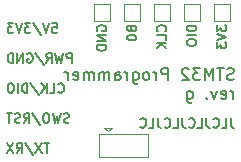
<source format=gbr>
G04 #@! TF.GenerationSoftware,KiCad,Pcbnew,6.0.11+dfsg-1*
G04 #@! TF.CreationDate,2023-04-16T09:36:05+08:00*
G04 #@! TF.ProjectId,stlink,73746c69-6e6b-42e6-9b69-6361645f7063,g*
G04 #@! TF.SameCoordinates,PX5c07920PY68e7780*
G04 #@! TF.FileFunction,Legend,Bot*
G04 #@! TF.FilePolarity,Positive*
%FSLAX46Y46*%
G04 Gerber Fmt 4.6, Leading zero omitted, Abs format (unit mm)*
G04 Created by KiCad (PCBNEW 6.0.11+dfsg-1) date 2023-04-16 09:36:05*
%MOMM*%
%LPD*%
G01*
G04 APERTURE LIST*
%ADD10C,0.150000*%
%ADD11C,0.120000*%
G04 APERTURE END LIST*
D10*
X21592500Y22262096D02*
X21592500Y23062096D01*
X21287738Y23062096D01*
X21211547Y23024000D01*
X21173452Y22985905D01*
X21135357Y22909715D01*
X21135357Y22795429D01*
X21173452Y22719239D01*
X21211547Y22681143D01*
X21287738Y22643048D01*
X21592500Y22643048D01*
X20868690Y23062096D02*
X20678214Y22262096D01*
X20525833Y22833524D01*
X20373452Y22262096D01*
X20182976Y23062096D01*
X19421071Y22262096D02*
X19687738Y22643048D01*
X19878214Y22262096D02*
X19878214Y23062096D01*
X19573452Y23062096D01*
X19497261Y23024000D01*
X19459166Y22985905D01*
X19421071Y22909715D01*
X19421071Y22795429D01*
X19459166Y22719239D01*
X19497261Y22681143D01*
X19573452Y22643048D01*
X19878214Y22643048D01*
X18506785Y23100191D02*
X19192500Y22071620D01*
X17821071Y23024000D02*
X17897261Y23062096D01*
X18011547Y23062096D01*
X18125833Y23024000D01*
X18202023Y22947810D01*
X18240119Y22871620D01*
X18278214Y22719239D01*
X18278214Y22604953D01*
X18240119Y22452572D01*
X18202023Y22376381D01*
X18125833Y22300191D01*
X18011547Y22262096D01*
X17935357Y22262096D01*
X17821071Y22300191D01*
X17782976Y22338286D01*
X17782976Y22604953D01*
X17935357Y22604953D01*
X17440119Y22262096D02*
X17440119Y23062096D01*
X16982976Y22262096D01*
X16982976Y23062096D01*
X16602023Y22262096D02*
X16602023Y23062096D01*
X16411547Y23062096D01*
X16297261Y23024000D01*
X16221071Y22947810D01*
X16182976Y22871620D01*
X16144880Y22719239D01*
X16144880Y22604953D01*
X16182976Y22452572D01*
X16221071Y22376381D01*
X16297261Y22300191D01*
X16411547Y22262096D01*
X16602023Y22262096D01*
X20449642Y19798286D02*
X20487738Y19760191D01*
X20602023Y19722096D01*
X20678214Y19722096D01*
X20792500Y19760191D01*
X20868690Y19836381D01*
X20906785Y19912572D01*
X20944880Y20064953D01*
X20944880Y20179239D01*
X20906785Y20331620D01*
X20868690Y20407810D01*
X20792500Y20484000D01*
X20678214Y20522096D01*
X20602023Y20522096D01*
X20487738Y20484000D01*
X20449642Y20445905D01*
X19725833Y19722096D02*
X20106785Y19722096D01*
X20106785Y20522096D01*
X19459166Y19722096D02*
X19459166Y20522096D01*
X19002023Y19722096D02*
X19344880Y20179239D01*
X19002023Y20522096D02*
X19459166Y20064953D01*
X18087738Y20560191D02*
X18773452Y19531620D01*
X17821071Y19722096D02*
X17821071Y20522096D01*
X17630595Y20522096D01*
X17516309Y20484000D01*
X17440119Y20407810D01*
X17402023Y20331620D01*
X17363928Y20179239D01*
X17363928Y20064953D01*
X17402023Y19912572D01*
X17440119Y19836381D01*
X17516309Y19760191D01*
X17630595Y19722096D01*
X17821071Y19722096D01*
X17021071Y19722096D02*
X17021071Y20522096D01*
X16487738Y20522096D02*
X16335357Y20522096D01*
X16259166Y20484000D01*
X16182976Y20407810D01*
X16144880Y20255429D01*
X16144880Y19988762D01*
X16182976Y19836381D01*
X16259166Y19760191D01*
X16335357Y19722096D01*
X16487738Y19722096D01*
X16563928Y19760191D01*
X16640119Y19836381D01*
X16678214Y19988762D01*
X16678214Y20255429D01*
X16640119Y20407810D01*
X16563928Y20484000D01*
X16487738Y20522096D01*
X21363928Y17220191D02*
X21249642Y17182096D01*
X21059166Y17182096D01*
X20982976Y17220191D01*
X20944880Y17258286D01*
X20906785Y17334477D01*
X20906785Y17410667D01*
X20944880Y17486858D01*
X20982976Y17524953D01*
X21059166Y17563048D01*
X21211547Y17601143D01*
X21287738Y17639239D01*
X21325833Y17677334D01*
X21363928Y17753524D01*
X21363928Y17829715D01*
X21325833Y17905905D01*
X21287738Y17944000D01*
X21211547Y17982096D01*
X21021071Y17982096D01*
X20906785Y17944000D01*
X20640119Y17982096D02*
X20449642Y17182096D01*
X20297261Y17753524D01*
X20144880Y17182096D01*
X19954404Y17982096D01*
X19497261Y17982096D02*
X19344880Y17982096D01*
X19268690Y17944000D01*
X19192500Y17867810D01*
X19154404Y17715429D01*
X19154404Y17448762D01*
X19192500Y17296381D01*
X19268690Y17220191D01*
X19344880Y17182096D01*
X19497261Y17182096D01*
X19573452Y17220191D01*
X19649642Y17296381D01*
X19687738Y17448762D01*
X19687738Y17715429D01*
X19649642Y17867810D01*
X19573452Y17944000D01*
X19497261Y17982096D01*
X18240119Y18020191D02*
X18925833Y16991620D01*
X17516309Y17182096D02*
X17782976Y17563048D01*
X17973452Y17182096D02*
X17973452Y17982096D01*
X17668690Y17982096D01*
X17592500Y17944000D01*
X17554404Y17905905D01*
X17516309Y17829715D01*
X17516309Y17715429D01*
X17554404Y17639239D01*
X17592500Y17601143D01*
X17668690Y17563048D01*
X17973452Y17563048D01*
X17211547Y17220191D02*
X17097261Y17182096D01*
X16906785Y17182096D01*
X16830595Y17220191D01*
X16792500Y17258286D01*
X16754404Y17334477D01*
X16754404Y17410667D01*
X16792500Y17486858D01*
X16830595Y17524953D01*
X16906785Y17563048D01*
X17059166Y17601143D01*
X17135357Y17639239D01*
X17173452Y17677334D01*
X17211547Y17753524D01*
X17211547Y17829715D01*
X17173452Y17905905D01*
X17135357Y17944000D01*
X17059166Y17982096D01*
X16868690Y17982096D01*
X16754404Y17944000D01*
X16525833Y17982096D02*
X16068690Y17982096D01*
X16297261Y17182096D02*
X16297261Y17982096D01*
X19687738Y15442096D02*
X19230595Y15442096D01*
X19459166Y14642096D02*
X19459166Y15442096D01*
X19040119Y15442096D02*
X18506785Y14642096D01*
X18506785Y15442096D02*
X19040119Y14642096D01*
X17630595Y15480191D02*
X18316309Y14451620D01*
X16906785Y14642096D02*
X17173452Y15023048D01*
X17363928Y14642096D02*
X17363928Y15442096D01*
X17059166Y15442096D01*
X16982976Y15404000D01*
X16944880Y15365905D01*
X16906785Y15289715D01*
X16906785Y15175429D01*
X16944880Y15099239D01*
X16982976Y15061143D01*
X17059166Y15023048D01*
X17363928Y15023048D01*
X16640119Y15442096D02*
X16106785Y14642096D01*
X16106785Y15442096D02*
X16640119Y14642096D01*
X29515714Y24926881D02*
X29553809Y24964977D01*
X29591904Y25079262D01*
X29591904Y25155453D01*
X29553809Y25269739D01*
X29477619Y25345929D01*
X29401428Y25384024D01*
X29249047Y25422120D01*
X29134761Y25422120D01*
X28982380Y25384024D01*
X28906190Y25345929D01*
X28830000Y25269739D01*
X28791904Y25155453D01*
X28791904Y25079262D01*
X28830000Y24964977D01*
X28868095Y24926881D01*
X29591904Y24203072D02*
X29591904Y24584024D01*
X28791904Y24584024D01*
X29591904Y23936405D02*
X28791904Y23936405D01*
X29591904Y23479262D02*
X29134761Y23822120D01*
X28791904Y23479262D02*
X29249047Y23936405D01*
X26632857Y25117358D02*
X26670952Y25003072D01*
X26709047Y24964977D01*
X26785238Y24926881D01*
X26899523Y24926881D01*
X26975714Y24964977D01*
X27013809Y25003072D01*
X27051904Y25079262D01*
X27051904Y25384024D01*
X26251904Y25384024D01*
X26251904Y25117358D01*
X26290000Y25041167D01*
X26328095Y25003072D01*
X26404285Y24964977D01*
X26480476Y24964977D01*
X26556666Y25003072D01*
X26594761Y25041167D01*
X26632857Y25117358D01*
X26632857Y25384024D01*
X26251904Y24431643D02*
X26251904Y24355453D01*
X26290000Y24279262D01*
X26328095Y24241167D01*
X26404285Y24203072D01*
X26556666Y24164977D01*
X26747142Y24164977D01*
X26899523Y24203072D01*
X26975714Y24241167D01*
X27013809Y24279262D01*
X27051904Y24355453D01*
X27051904Y24431643D01*
X27013809Y24507834D01*
X26975714Y24545929D01*
X26899523Y24584024D01*
X26747142Y24622120D01*
X26556666Y24622120D01*
X26404285Y24584024D01*
X26328095Y24545929D01*
X26290000Y24507834D01*
X26251904Y24431643D01*
X23750000Y24964977D02*
X23711904Y25041167D01*
X23711904Y25155453D01*
X23750000Y25269739D01*
X23826190Y25345929D01*
X23902380Y25384024D01*
X24054761Y25422120D01*
X24169047Y25422120D01*
X24321428Y25384024D01*
X24397619Y25345929D01*
X24473809Y25269739D01*
X24511904Y25155453D01*
X24511904Y25079262D01*
X24473809Y24964977D01*
X24435714Y24926881D01*
X24169047Y24926881D01*
X24169047Y25079262D01*
X24511904Y24584024D02*
X23711904Y24584024D01*
X24511904Y24126881D01*
X23711904Y24126881D01*
X24511904Y23745929D02*
X23711904Y23745929D01*
X23711904Y23555453D01*
X23750000Y23441167D01*
X23826190Y23364977D01*
X23902380Y23326881D01*
X24054761Y23288786D01*
X24169047Y23288786D01*
X24321428Y23326881D01*
X24397619Y23364977D01*
X24473809Y23441167D01*
X24511904Y23555453D01*
X24511904Y23745929D01*
X35292023Y20865239D02*
X35149166Y20817620D01*
X34911071Y20817620D01*
X34815833Y20865239D01*
X34768214Y20912858D01*
X34720595Y21008096D01*
X34720595Y21103334D01*
X34768214Y21198572D01*
X34815833Y21246191D01*
X34911071Y21293810D01*
X35101547Y21341429D01*
X35196785Y21389048D01*
X35244404Y21436667D01*
X35292023Y21531905D01*
X35292023Y21627143D01*
X35244404Y21722381D01*
X35196785Y21770000D01*
X35101547Y21817620D01*
X34863452Y21817620D01*
X34720595Y21770000D01*
X34434880Y21817620D02*
X33863452Y21817620D01*
X34149166Y20817620D02*
X34149166Y21817620D01*
X33530119Y20817620D02*
X33530119Y21817620D01*
X33196785Y21103334D01*
X32863452Y21817620D01*
X32863452Y20817620D01*
X32482500Y21817620D02*
X31863452Y21817620D01*
X32196785Y21436667D01*
X32053928Y21436667D01*
X31958690Y21389048D01*
X31911071Y21341429D01*
X31863452Y21246191D01*
X31863452Y21008096D01*
X31911071Y20912858D01*
X31958690Y20865239D01*
X32053928Y20817620D01*
X32339642Y20817620D01*
X32434880Y20865239D01*
X32482500Y20912858D01*
X31482500Y21722381D02*
X31434880Y21770000D01*
X31339642Y21817620D01*
X31101547Y21817620D01*
X31006309Y21770000D01*
X30958690Y21722381D01*
X30911071Y21627143D01*
X30911071Y21531905D01*
X30958690Y21389048D01*
X31530119Y20817620D01*
X30911071Y20817620D01*
X29720595Y20817620D02*
X29720595Y21817620D01*
X29339642Y21817620D01*
X29244404Y21770000D01*
X29196785Y21722381D01*
X29149166Y21627143D01*
X29149166Y21484286D01*
X29196785Y21389048D01*
X29244404Y21341429D01*
X29339642Y21293810D01*
X29720595Y21293810D01*
X28720595Y20817620D02*
X28720595Y21484286D01*
X28720595Y21293810D02*
X28672976Y21389048D01*
X28625357Y21436667D01*
X28530119Y21484286D01*
X28434880Y21484286D01*
X27958690Y20817620D02*
X28053928Y20865239D01*
X28101547Y20912858D01*
X28149166Y21008096D01*
X28149166Y21293810D01*
X28101547Y21389048D01*
X28053928Y21436667D01*
X27958690Y21484286D01*
X27815833Y21484286D01*
X27720595Y21436667D01*
X27672976Y21389048D01*
X27625357Y21293810D01*
X27625357Y21008096D01*
X27672976Y20912858D01*
X27720595Y20865239D01*
X27815833Y20817620D01*
X27958690Y20817620D01*
X26768214Y21484286D02*
X26768214Y20674762D01*
X26815833Y20579524D01*
X26863452Y20531905D01*
X26958690Y20484286D01*
X27101547Y20484286D01*
X27196785Y20531905D01*
X26768214Y20865239D02*
X26863452Y20817620D01*
X27053928Y20817620D01*
X27149166Y20865239D01*
X27196785Y20912858D01*
X27244404Y21008096D01*
X27244404Y21293810D01*
X27196785Y21389048D01*
X27149166Y21436667D01*
X27053928Y21484286D01*
X26863452Y21484286D01*
X26768214Y21436667D01*
X26292023Y20817620D02*
X26292023Y21484286D01*
X26292023Y21293810D02*
X26244404Y21389048D01*
X26196785Y21436667D01*
X26101547Y21484286D01*
X26006309Y21484286D01*
X25244404Y20817620D02*
X25244404Y21341429D01*
X25292023Y21436667D01*
X25387261Y21484286D01*
X25577738Y21484286D01*
X25672976Y21436667D01*
X25244404Y20865239D02*
X25339642Y20817620D01*
X25577738Y20817620D01*
X25672976Y20865239D01*
X25720595Y20960477D01*
X25720595Y21055715D01*
X25672976Y21150953D01*
X25577738Y21198572D01*
X25339642Y21198572D01*
X25244404Y21246191D01*
X24768214Y20817620D02*
X24768214Y21484286D01*
X24768214Y21389048D02*
X24720595Y21436667D01*
X24625357Y21484286D01*
X24482500Y21484286D01*
X24387261Y21436667D01*
X24339642Y21341429D01*
X24339642Y20817620D01*
X24339642Y21341429D02*
X24292023Y21436667D01*
X24196785Y21484286D01*
X24053928Y21484286D01*
X23958690Y21436667D01*
X23911071Y21341429D01*
X23911071Y20817620D01*
X23434880Y20817620D02*
X23434880Y21484286D01*
X23434880Y21389048D02*
X23387261Y21436667D01*
X23292023Y21484286D01*
X23149166Y21484286D01*
X23053928Y21436667D01*
X23006309Y21341429D01*
X23006309Y20817620D01*
X23006309Y21341429D02*
X22958690Y21436667D01*
X22863452Y21484286D01*
X22720595Y21484286D01*
X22625357Y21436667D01*
X22577738Y21341429D01*
X22577738Y20817620D01*
X21720595Y20865239D02*
X21815833Y20817620D01*
X22006309Y20817620D01*
X22101547Y20865239D01*
X22149166Y20960477D01*
X22149166Y21341429D01*
X22101547Y21436667D01*
X22006309Y21484286D01*
X21815833Y21484286D01*
X21720595Y21436667D01*
X21672976Y21341429D01*
X21672976Y21246191D01*
X22149166Y21150953D01*
X21244404Y20817620D02*
X21244404Y21484286D01*
X21244404Y21293810D02*
X21196785Y21389048D01*
X21149166Y21436667D01*
X21053928Y21484286D01*
X20958690Y21484286D01*
X35244404Y19207620D02*
X35244404Y19874286D01*
X35244404Y19683810D02*
X35196785Y19779048D01*
X35149166Y19826667D01*
X35053928Y19874286D01*
X34958690Y19874286D01*
X34244404Y19255239D02*
X34339642Y19207620D01*
X34530119Y19207620D01*
X34625357Y19255239D01*
X34672976Y19350477D01*
X34672976Y19731429D01*
X34625357Y19826667D01*
X34530119Y19874286D01*
X34339642Y19874286D01*
X34244404Y19826667D01*
X34196785Y19731429D01*
X34196785Y19636191D01*
X34672976Y19540953D01*
X33863452Y19874286D02*
X33625357Y19207620D01*
X33387261Y19874286D01*
X33006309Y19302858D02*
X32958690Y19255239D01*
X33006309Y19207620D01*
X33053928Y19255239D01*
X33006309Y19302858D01*
X33006309Y19207620D01*
X31339642Y19874286D02*
X31339642Y19064762D01*
X31387261Y18969524D01*
X31434880Y18921905D01*
X31530119Y18874286D01*
X31672976Y18874286D01*
X31768214Y18921905D01*
X31339642Y19255239D02*
X31434880Y19207620D01*
X31625357Y19207620D01*
X31720595Y19255239D01*
X31768214Y19302858D01*
X31815833Y19398096D01*
X31815833Y19683810D01*
X31768214Y19779048D01*
X31720595Y19826667D01*
X31625357Y19874286D01*
X31434880Y19874286D01*
X31339642Y19826667D01*
X32131904Y25384024D02*
X31331904Y25384024D01*
X31331904Y25193548D01*
X31370000Y25079262D01*
X31446190Y25003072D01*
X31522380Y24964977D01*
X31674761Y24926881D01*
X31789047Y24926881D01*
X31941428Y24964977D01*
X32017619Y25003072D01*
X32093809Y25079262D01*
X32131904Y25193548D01*
X32131904Y25384024D01*
X32131904Y24584024D02*
X31331904Y24584024D01*
X31331904Y24050691D02*
X31331904Y23898310D01*
X31370000Y23822120D01*
X31446190Y23745929D01*
X31598571Y23707834D01*
X31865238Y23707834D01*
X32017619Y23745929D01*
X32093809Y23822120D01*
X32131904Y23898310D01*
X32131904Y24050691D01*
X32093809Y24126881D01*
X32017619Y24203072D01*
X31865238Y24241167D01*
X31598571Y24241167D01*
X31446190Y24203072D01*
X31370000Y24126881D01*
X31331904Y24050691D01*
X35043452Y17583096D02*
X35043452Y17011667D01*
X35081547Y16897381D01*
X35157738Y16821191D01*
X35272023Y16783096D01*
X35348214Y16783096D01*
X34281547Y16783096D02*
X34662500Y16783096D01*
X34662500Y17583096D01*
X33557738Y16859286D02*
X33595833Y16821191D01*
X33710119Y16783096D01*
X33786309Y16783096D01*
X33900595Y16821191D01*
X33976785Y16897381D01*
X34014880Y16973572D01*
X34052976Y17125953D01*
X34052976Y17240239D01*
X34014880Y17392620D01*
X33976785Y17468810D01*
X33900595Y17545000D01*
X33786309Y17583096D01*
X33710119Y17583096D01*
X33595833Y17545000D01*
X33557738Y17506905D01*
X32986309Y17583096D02*
X32986309Y17011667D01*
X33024404Y16897381D01*
X33100595Y16821191D01*
X33214880Y16783096D01*
X33291071Y16783096D01*
X32224404Y16783096D02*
X32605357Y16783096D01*
X32605357Y17583096D01*
X31500595Y16859286D02*
X31538690Y16821191D01*
X31652976Y16783096D01*
X31729166Y16783096D01*
X31843452Y16821191D01*
X31919642Y16897381D01*
X31957738Y16973572D01*
X31995833Y17125953D01*
X31995833Y17240239D01*
X31957738Y17392620D01*
X31919642Y17468810D01*
X31843452Y17545000D01*
X31729166Y17583096D01*
X31652976Y17583096D01*
X31538690Y17545000D01*
X31500595Y17506905D01*
X30929166Y17583096D02*
X30929166Y17011667D01*
X30967261Y16897381D01*
X31043452Y16821191D01*
X31157738Y16783096D01*
X31233928Y16783096D01*
X30167261Y16783096D02*
X30548214Y16783096D01*
X30548214Y17583096D01*
X29443452Y16859286D02*
X29481547Y16821191D01*
X29595833Y16783096D01*
X29672023Y16783096D01*
X29786309Y16821191D01*
X29862500Y16897381D01*
X29900595Y16973572D01*
X29938690Y17125953D01*
X29938690Y17240239D01*
X29900595Y17392620D01*
X29862500Y17468810D01*
X29786309Y17545000D01*
X29672023Y17583096D01*
X29595833Y17583096D01*
X29481547Y17545000D01*
X29443452Y17506905D01*
X28872023Y17583096D02*
X28872023Y17011667D01*
X28910119Y16897381D01*
X28986309Y16821191D01*
X29100595Y16783096D01*
X29176785Y16783096D01*
X28110119Y16783096D02*
X28491071Y16783096D01*
X28491071Y17583096D01*
X27386309Y16859286D02*
X27424404Y16821191D01*
X27538690Y16783096D01*
X27614880Y16783096D01*
X27729166Y16821191D01*
X27805357Y16897381D01*
X27843452Y16973572D01*
X27881547Y17125953D01*
X27881547Y17240239D01*
X27843452Y17392620D01*
X27805357Y17468810D01*
X27729166Y17545000D01*
X27614880Y17583096D01*
X27538690Y17583096D01*
X27424404Y17545000D01*
X27386309Y17506905D01*
X19916309Y25602096D02*
X20297261Y25602096D01*
X20335357Y25221143D01*
X20297261Y25259239D01*
X20221071Y25297334D01*
X20030595Y25297334D01*
X19954404Y25259239D01*
X19916309Y25221143D01*
X19878214Y25144953D01*
X19878214Y24954477D01*
X19916309Y24878286D01*
X19954404Y24840191D01*
X20030595Y24802096D01*
X20221071Y24802096D01*
X20297261Y24840191D01*
X20335357Y24878286D01*
X19649642Y25602096D02*
X19382976Y24802096D01*
X19116309Y25602096D01*
X18278214Y25640191D02*
X18963928Y24611620D01*
X18087738Y25602096D02*
X17592500Y25602096D01*
X17859166Y25297334D01*
X17744880Y25297334D01*
X17668690Y25259239D01*
X17630595Y25221143D01*
X17592500Y25144953D01*
X17592500Y24954477D01*
X17630595Y24878286D01*
X17668690Y24840191D01*
X17744880Y24802096D01*
X17973452Y24802096D01*
X18049642Y24840191D01*
X18087738Y24878286D01*
X17363928Y25602096D02*
X17097261Y24802096D01*
X16830595Y25602096D01*
X16640119Y25602096D02*
X16144880Y25602096D01*
X16411547Y25297334D01*
X16297261Y25297334D01*
X16221071Y25259239D01*
X16182976Y25221143D01*
X16144880Y25144953D01*
X16144880Y24954477D01*
X16182976Y24878286D01*
X16221071Y24840191D01*
X16297261Y24802096D01*
X16525833Y24802096D01*
X16602023Y24840191D01*
X16640119Y24878286D01*
X33871904Y25460215D02*
X33871904Y24964977D01*
X34176666Y25231643D01*
X34176666Y25117358D01*
X34214761Y25041167D01*
X34252857Y25003072D01*
X34329047Y24964977D01*
X34519523Y24964977D01*
X34595714Y25003072D01*
X34633809Y25041167D01*
X34671904Y25117358D01*
X34671904Y25345929D01*
X34633809Y25422120D01*
X34595714Y25460215D01*
X33871904Y24736405D02*
X34671904Y24469739D01*
X33871904Y24203072D01*
X33871904Y24012596D02*
X33871904Y23517358D01*
X34176666Y23784024D01*
X34176666Y23669739D01*
X34214761Y23593548D01*
X34252857Y23555453D01*
X34329047Y23517358D01*
X34519523Y23517358D01*
X34595714Y23555453D01*
X34633809Y23593548D01*
X34671904Y23669739D01*
X34671904Y23898310D01*
X34633809Y23974500D01*
X34595714Y24012596D01*
D11*
G04 #@! TO.C,TP3*
X29930000Y25800000D02*
X29930000Y27200000D01*
X29930000Y27200000D02*
X28530000Y27200000D01*
X28530000Y27200000D02*
X28530000Y25800000D01*
X28530000Y25800000D02*
X29930000Y25800000D01*
G04 #@! TO.C,TP1*
X33610000Y25800000D02*
X35010000Y25800000D01*
X33610000Y27200000D02*
X33610000Y25800000D01*
X35010000Y27200000D02*
X33610000Y27200000D01*
X35010000Y25800000D02*
X35010000Y27200000D01*
G04 #@! TO.C,TP4*
X25990000Y25800000D02*
X27390000Y25800000D01*
X27390000Y27200000D02*
X25990000Y27200000D01*
X27390000Y25800000D02*
X27390000Y27200000D01*
X25990000Y27200000D02*
X25990000Y25800000D01*
G04 #@! TO.C,TP5*
X24850000Y25800000D02*
X24850000Y27200000D01*
X24850000Y27200000D02*
X23450000Y27200000D01*
X23450000Y25800000D02*
X24850000Y25800000D01*
X23450000Y27200000D02*
X23450000Y25800000D01*
G04 #@! TO.C,TP2*
X32470000Y27200000D02*
X31070000Y27200000D01*
X31070000Y25800000D02*
X32470000Y25800000D01*
X31070000Y27200000D02*
X31070000Y25800000D01*
X32470000Y25800000D02*
X32470000Y27200000D01*
G04 #@! TO.C,JP1*
X23900000Y14250000D02*
X28000000Y14250000D01*
X24650000Y16450000D02*
X24350000Y16750000D01*
X24350000Y16750000D02*
X24950000Y16750000D01*
X28000000Y14250000D02*
X28000000Y16250000D01*
X24650000Y16450000D02*
X24950000Y16750000D01*
X28000000Y16250000D02*
X23900000Y16250000D01*
X23900000Y16250000D02*
X23900000Y14250000D01*
G04 #@! TD*
M02*

</source>
